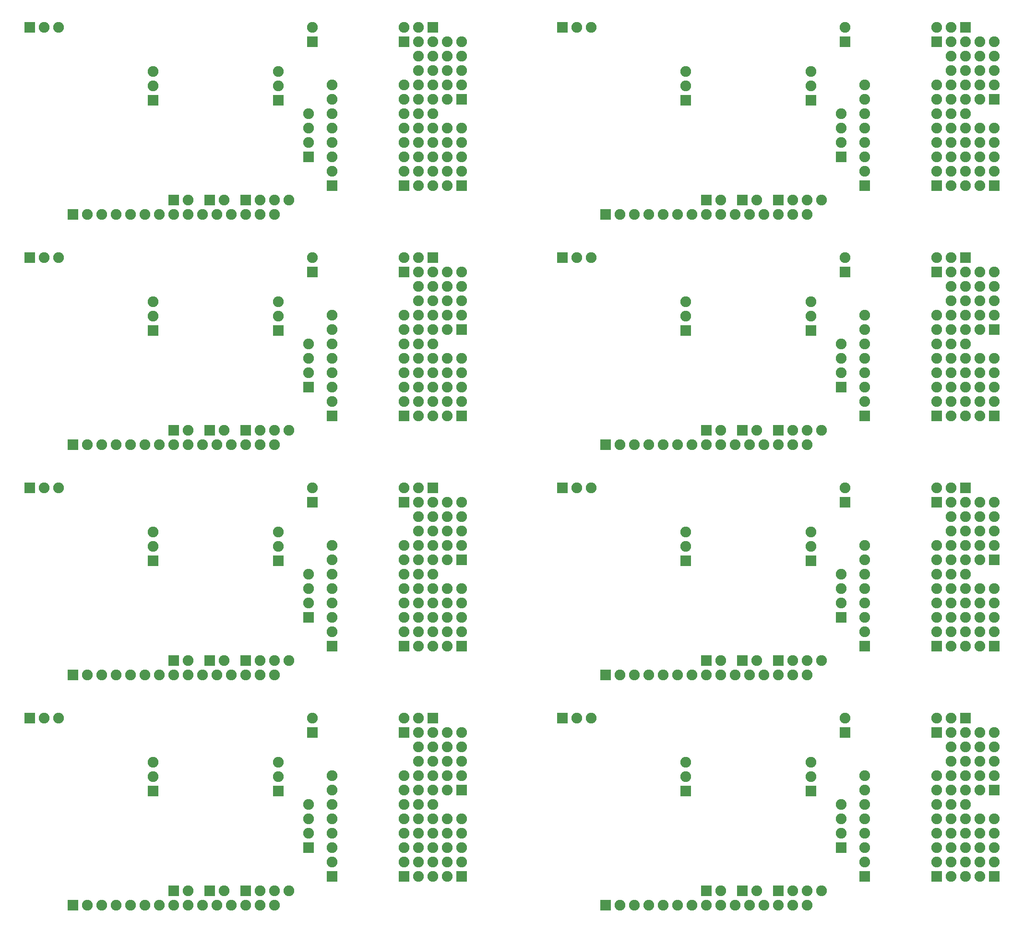
<source format=gbr>
G04 DipTrace 2.4.0.2*
%INBottomMask.gbr*%
%MOIN*%
%ADD64C,0.0749*%
%ADD66R,0.0749X0.0749*%
%FSLAX44Y44*%
G04*
G70*
G90*
G75*
G01*
%LNBotMask*%
%LPD*%
D66*
X36940Y17940D3*
D64*
X35940D3*
X36940Y16940D3*
X35940D3*
X36940Y15940D3*
X35940D3*
X36940Y14940D3*
X35940D3*
X36940Y13940D3*
X35940D3*
X36940Y12940D3*
X35940D3*
X36940Y11940D3*
X35940D3*
X36940Y10940D3*
X35940D3*
X36940Y9940D3*
X35940D3*
X36940Y8940D3*
X35940D3*
X36940Y7940D3*
X35940D3*
X36940Y6940D3*
X35940D3*
D66*
X21440Y5940D3*
D64*
X22440D3*
D66*
X38940Y6940D3*
D64*
X37940D3*
X38940Y7940D3*
X37940D3*
X38940Y8940D3*
X37940D3*
X38940Y9940D3*
X37940D3*
X38940Y10940D3*
X37940D3*
D66*
X38940Y12940D3*
D64*
X37940D3*
X38940Y13940D3*
X37940D3*
X38940Y14940D3*
X37940D3*
X38940Y15940D3*
X37940D3*
X38940Y16940D3*
X37940D3*
D66*
X8940Y17940D3*
D64*
X9940D3*
X10940D3*
D66*
X17504Y12878D3*
D64*
Y13878D3*
Y14878D3*
D66*
X26192Y12879D3*
D64*
Y13879D3*
Y14879D3*
D66*
X34940Y16940D3*
D64*
Y17940D3*
D66*
X28565Y16940D3*
D64*
Y17940D3*
D66*
X28318Y8941D3*
D64*
Y9941D3*
Y10941D3*
Y11941D3*
D66*
X34940Y6940D3*
D64*
Y7940D3*
Y8940D3*
Y9940D3*
Y10940D3*
Y11940D3*
Y12940D3*
Y13940D3*
D66*
X29940Y6940D3*
D64*
Y7940D3*
Y8940D3*
Y9940D3*
Y10940D3*
Y11940D3*
Y12940D3*
Y13940D3*
D66*
X18940Y5940D3*
D64*
X19940D3*
D66*
X23940D3*
D64*
X24940D3*
X25940D3*
X26940D3*
D66*
X11940Y4940D3*
D64*
X12940D3*
X13940D3*
X14940D3*
X15940D3*
X16940D3*
X17940D3*
X18940D3*
X19940D3*
X20940D3*
X21940D3*
X22940D3*
X23940D3*
X24940D3*
X25940D3*
D66*
X73940Y17940D3*
D64*
X72940D3*
X73940Y16940D3*
X72940D3*
X73940Y15940D3*
X72940D3*
X73940Y14940D3*
X72940D3*
X73940Y13940D3*
X72940D3*
X73940Y12940D3*
X72940D3*
X73940Y11940D3*
X72940D3*
X73940Y10940D3*
X72940D3*
X73940Y9940D3*
X72940D3*
X73940Y8940D3*
X72940D3*
X73940Y7940D3*
X72940D3*
X73940Y6940D3*
X72940D3*
D66*
X58440Y5940D3*
D64*
X59440D3*
D66*
X75940Y6940D3*
D64*
X74940D3*
X75940Y7940D3*
X74940D3*
X75940Y8940D3*
X74940D3*
X75940Y9940D3*
X74940D3*
X75940Y10940D3*
X74940D3*
D66*
X75940Y12940D3*
D64*
X74940D3*
X75940Y13940D3*
X74940D3*
X75940Y14940D3*
X74940D3*
X75940Y15940D3*
X74940D3*
X75940Y16940D3*
X74940D3*
D66*
X45940Y17940D3*
D64*
X46940D3*
X47940D3*
D66*
X54504Y12878D3*
D64*
Y13878D3*
Y14878D3*
D66*
X63192Y12879D3*
D64*
Y13879D3*
Y14879D3*
D66*
X71940Y16940D3*
D64*
Y17940D3*
D66*
X65565Y16940D3*
D64*
Y17940D3*
D66*
X65318Y8941D3*
D64*
Y9941D3*
Y10941D3*
Y11941D3*
D66*
X71940Y6940D3*
D64*
Y7940D3*
Y8940D3*
Y9940D3*
Y10940D3*
Y11940D3*
Y12940D3*
Y13940D3*
D66*
X66940Y6940D3*
D64*
Y7940D3*
Y8940D3*
Y9940D3*
Y10940D3*
Y11940D3*
Y12940D3*
Y13940D3*
D66*
X55940Y5940D3*
D64*
X56940D3*
D66*
X60940D3*
D64*
X61940D3*
X62940D3*
X63940D3*
D66*
X48940Y4940D3*
D64*
X49940D3*
X50940D3*
X51940D3*
X52940D3*
X53940D3*
X54940D3*
X55940D3*
X56940D3*
X57940D3*
X58940D3*
X59940D3*
X60940D3*
X61940D3*
X62940D3*
D66*
X36940Y33940D3*
D64*
X35940D3*
X36940Y32940D3*
X35940D3*
X36940Y31940D3*
X35940D3*
X36940Y30940D3*
X35940D3*
X36940Y29940D3*
X35940D3*
X36940Y28940D3*
X35940D3*
X36940Y27940D3*
X35940D3*
X36940Y26940D3*
X35940D3*
X36940Y25940D3*
X35940D3*
X36940Y24940D3*
X35940D3*
X36940Y23940D3*
X35940D3*
X36940Y22940D3*
X35940D3*
D66*
X21440Y21940D3*
D64*
X22440D3*
D66*
X38940Y22940D3*
D64*
X37940D3*
X38940Y23940D3*
X37940D3*
X38940Y24940D3*
X37940D3*
X38940Y25940D3*
X37940D3*
X38940Y26940D3*
X37940D3*
D66*
X38940Y28940D3*
D64*
X37940D3*
X38940Y29940D3*
X37940D3*
X38940Y30940D3*
X37940D3*
X38940Y31940D3*
X37940D3*
X38940Y32940D3*
X37940D3*
D66*
X8940Y33940D3*
D64*
X9940D3*
X10940D3*
D66*
X17504Y28878D3*
D64*
Y29878D3*
Y30878D3*
D66*
X26192Y28879D3*
D64*
Y29879D3*
Y30879D3*
D66*
X34940Y32940D3*
D64*
Y33940D3*
D66*
X28565Y32940D3*
D64*
Y33940D3*
D66*
X28318Y24941D3*
D64*
Y25941D3*
Y26941D3*
Y27941D3*
D66*
X34940Y22940D3*
D64*
Y23940D3*
Y24940D3*
Y25940D3*
Y26940D3*
Y27940D3*
Y28940D3*
Y29940D3*
D66*
X29940Y22940D3*
D64*
Y23940D3*
Y24940D3*
Y25940D3*
Y26940D3*
Y27940D3*
Y28940D3*
Y29940D3*
D66*
X18940Y21940D3*
D64*
X19940D3*
D66*
X23940D3*
D64*
X24940D3*
X25940D3*
X26940D3*
D66*
X11940Y20940D3*
D64*
X12940D3*
X13940D3*
X14940D3*
X15940D3*
X16940D3*
X17940D3*
X18940D3*
X19940D3*
X20940D3*
X21940D3*
X22940D3*
X23940D3*
X24940D3*
X25940D3*
D66*
X73940Y33940D3*
D64*
X72940D3*
X73940Y32940D3*
X72940D3*
X73940Y31940D3*
X72940D3*
X73940Y30940D3*
X72940D3*
X73940Y29940D3*
X72940D3*
X73940Y28940D3*
X72940D3*
X73940Y27940D3*
X72940D3*
X73940Y26940D3*
X72940D3*
X73940Y25940D3*
X72940D3*
X73940Y24940D3*
X72940D3*
X73940Y23940D3*
X72940D3*
X73940Y22940D3*
X72940D3*
D66*
X58440Y21940D3*
D64*
X59440D3*
D66*
X75940Y22940D3*
D64*
X74940D3*
X75940Y23940D3*
X74940D3*
X75940Y24940D3*
X74940D3*
X75940Y25940D3*
X74940D3*
X75940Y26940D3*
X74940D3*
D66*
X75940Y28940D3*
D64*
X74940D3*
X75940Y29940D3*
X74940D3*
X75940Y30940D3*
X74940D3*
X75940Y31940D3*
X74940D3*
X75940Y32940D3*
X74940D3*
D66*
X45940Y33940D3*
D64*
X46940D3*
X47940D3*
D66*
X54504Y28878D3*
D64*
Y29878D3*
Y30878D3*
D66*
X63192Y28879D3*
D64*
Y29879D3*
Y30879D3*
D66*
X71940Y32940D3*
D64*
Y33940D3*
D66*
X65565Y32940D3*
D64*
Y33940D3*
D66*
X65318Y24941D3*
D64*
Y25941D3*
Y26941D3*
Y27941D3*
D66*
X71940Y22940D3*
D64*
Y23940D3*
Y24940D3*
Y25940D3*
Y26940D3*
Y27940D3*
Y28940D3*
Y29940D3*
D66*
X66940Y22940D3*
D64*
Y23940D3*
Y24940D3*
Y25940D3*
Y26940D3*
Y27940D3*
Y28940D3*
Y29940D3*
D66*
X55940Y21940D3*
D64*
X56940D3*
D66*
X60940D3*
D64*
X61940D3*
X62940D3*
X63940D3*
D66*
X48940Y20940D3*
D64*
X49940D3*
X50940D3*
X51940D3*
X52940D3*
X53940D3*
X54940D3*
X55940D3*
X56940D3*
X57940D3*
X58940D3*
X59940D3*
X60940D3*
X61940D3*
X62940D3*
D66*
X36940Y49940D3*
D64*
X35940D3*
X36940Y48940D3*
X35940D3*
X36940Y47940D3*
X35940D3*
X36940Y46940D3*
X35940D3*
X36940Y45940D3*
X35940D3*
X36940Y44940D3*
X35940D3*
X36940Y43940D3*
X35940D3*
X36940Y42940D3*
X35940D3*
X36940Y41940D3*
X35940D3*
X36940Y40940D3*
X35940D3*
X36940Y39940D3*
X35940D3*
X36940Y38940D3*
X35940D3*
D66*
X21440Y37940D3*
D64*
X22440D3*
D66*
X38940Y38940D3*
D64*
X37940D3*
X38940Y39940D3*
X37940D3*
X38940Y40940D3*
X37940D3*
X38940Y41940D3*
X37940D3*
X38940Y42940D3*
X37940D3*
D66*
X38940Y44940D3*
D64*
X37940D3*
X38940Y45940D3*
X37940D3*
X38940Y46940D3*
X37940D3*
X38940Y47940D3*
X37940D3*
X38940Y48940D3*
X37940D3*
D66*
X8940Y49940D3*
D64*
X9940D3*
X10940D3*
D66*
X17504Y44878D3*
D64*
Y45878D3*
Y46878D3*
D66*
X26192Y44879D3*
D64*
Y45879D3*
Y46879D3*
D66*
X34940Y48940D3*
D64*
Y49940D3*
D66*
X28565Y48940D3*
D64*
Y49940D3*
D66*
X28318Y40941D3*
D64*
Y41941D3*
Y42941D3*
Y43941D3*
D66*
X34940Y38940D3*
D64*
Y39940D3*
Y40940D3*
Y41940D3*
Y42940D3*
Y43940D3*
Y44940D3*
Y45940D3*
D66*
X29940Y38940D3*
D64*
Y39940D3*
Y40940D3*
Y41940D3*
Y42940D3*
Y43940D3*
Y44940D3*
Y45940D3*
D66*
X18940Y37940D3*
D64*
X19940D3*
D66*
X23940D3*
D64*
X24940D3*
X25940D3*
X26940D3*
D66*
X11940Y36940D3*
D64*
X12940D3*
X13940D3*
X14940D3*
X15940D3*
X16940D3*
X17940D3*
X18940D3*
X19940D3*
X20940D3*
X21940D3*
X22940D3*
X23940D3*
X24940D3*
X25940D3*
D66*
X73940Y49940D3*
D64*
X72940D3*
X73940Y48940D3*
X72940D3*
X73940Y47940D3*
X72940D3*
X73940Y46940D3*
X72940D3*
X73940Y45940D3*
X72940D3*
X73940Y44940D3*
X72940D3*
X73940Y43940D3*
X72940D3*
X73940Y42940D3*
X72940D3*
X73940Y41940D3*
X72940D3*
X73940Y40940D3*
X72940D3*
X73940Y39940D3*
X72940D3*
X73940Y38940D3*
X72940D3*
D66*
X58440Y37940D3*
D64*
X59440D3*
D66*
X75940Y38940D3*
D64*
X74940D3*
X75940Y39940D3*
X74940D3*
X75940Y40940D3*
X74940D3*
X75940Y41940D3*
X74940D3*
X75940Y42940D3*
X74940D3*
D66*
X75940Y44940D3*
D64*
X74940D3*
X75940Y45940D3*
X74940D3*
X75940Y46940D3*
X74940D3*
X75940Y47940D3*
X74940D3*
X75940Y48940D3*
X74940D3*
D66*
X45940Y49940D3*
D64*
X46940D3*
X47940D3*
D66*
X54504Y44878D3*
D64*
Y45878D3*
Y46878D3*
D66*
X63192Y44879D3*
D64*
Y45879D3*
Y46879D3*
D66*
X71940Y48940D3*
D64*
Y49940D3*
D66*
X65565Y48940D3*
D64*
Y49940D3*
D66*
X65318Y40941D3*
D64*
Y41941D3*
Y42941D3*
Y43941D3*
D66*
X71940Y38940D3*
D64*
Y39940D3*
Y40940D3*
Y41940D3*
Y42940D3*
Y43940D3*
Y44940D3*
Y45940D3*
D66*
X66940Y38940D3*
D64*
Y39940D3*
Y40940D3*
Y41940D3*
Y42940D3*
Y43940D3*
Y44940D3*
Y45940D3*
D66*
X55940Y37940D3*
D64*
X56940D3*
D66*
X60940D3*
D64*
X61940D3*
X62940D3*
X63940D3*
D66*
X48940Y36940D3*
D64*
X49940D3*
X50940D3*
X51940D3*
X52940D3*
X53940D3*
X54940D3*
X55940D3*
X56940D3*
X57940D3*
X58940D3*
X59940D3*
X60940D3*
X61940D3*
X62940D3*
D66*
X36940Y65940D3*
D64*
X35940D3*
X36940Y64940D3*
X35940D3*
X36940Y63940D3*
X35940D3*
X36940Y62940D3*
X35940D3*
X36940Y61940D3*
X35940D3*
X36940Y60940D3*
X35940D3*
X36940Y59940D3*
X35940D3*
X36940Y58940D3*
X35940D3*
X36940Y57940D3*
X35940D3*
X36940Y56940D3*
X35940D3*
X36940Y55940D3*
X35940D3*
X36940Y54940D3*
X35940D3*
D66*
X21440Y53940D3*
D64*
X22440D3*
D66*
X38940Y54940D3*
D64*
X37940D3*
X38940Y55940D3*
X37940D3*
X38940Y56940D3*
X37940D3*
X38940Y57940D3*
X37940D3*
X38940Y58940D3*
X37940D3*
D66*
X38940Y60940D3*
D64*
X37940D3*
X38940Y61940D3*
X37940D3*
X38940Y62940D3*
X37940D3*
X38940Y63940D3*
X37940D3*
X38940Y64940D3*
X37940D3*
D66*
X8940Y65940D3*
D64*
X9940D3*
X10940D3*
D66*
X17504Y60878D3*
D64*
Y61878D3*
Y62878D3*
D66*
X26192Y60879D3*
D64*
Y61879D3*
Y62879D3*
D66*
X34940Y64940D3*
D64*
Y65940D3*
D66*
X28565Y64940D3*
D64*
Y65940D3*
D66*
X28318Y56941D3*
D64*
Y57941D3*
Y58941D3*
Y59941D3*
D66*
X34940Y54940D3*
D64*
Y55940D3*
Y56940D3*
Y57940D3*
Y58940D3*
Y59940D3*
Y60940D3*
Y61940D3*
D66*
X29940Y54940D3*
D64*
Y55940D3*
Y56940D3*
Y57940D3*
Y58940D3*
Y59940D3*
Y60940D3*
Y61940D3*
D66*
X18940Y53940D3*
D64*
X19940D3*
D66*
X23940D3*
D64*
X24940D3*
X25940D3*
X26940D3*
D66*
X11940Y52940D3*
D64*
X12940D3*
X13940D3*
X14940D3*
X15940D3*
X16940D3*
X17940D3*
X18940D3*
X19940D3*
X20940D3*
X21940D3*
X22940D3*
X23940D3*
X24940D3*
X25940D3*
D66*
X73940Y65940D3*
D64*
X72940D3*
X73940Y64940D3*
X72940D3*
X73940Y63940D3*
X72940D3*
X73940Y62940D3*
X72940D3*
X73940Y61940D3*
X72940D3*
X73940Y60940D3*
X72940D3*
X73940Y59940D3*
X72940D3*
X73940Y58940D3*
X72940D3*
X73940Y57940D3*
X72940D3*
X73940Y56940D3*
X72940D3*
X73940Y55940D3*
X72940D3*
X73940Y54940D3*
X72940D3*
D66*
X58440Y53940D3*
D64*
X59440D3*
D66*
X75940Y54940D3*
D64*
X74940D3*
X75940Y55940D3*
X74940D3*
X75940Y56940D3*
X74940D3*
X75940Y57940D3*
X74940D3*
X75940Y58940D3*
X74940D3*
D66*
X75940Y60940D3*
D64*
X74940D3*
X75940Y61940D3*
X74940D3*
X75940Y62940D3*
X74940D3*
X75940Y63940D3*
X74940D3*
X75940Y64940D3*
X74940D3*
D66*
X45940Y65940D3*
D64*
X46940D3*
X47940D3*
D66*
X54504Y60878D3*
D64*
Y61878D3*
Y62878D3*
D66*
X63192Y60879D3*
D64*
Y61879D3*
Y62879D3*
D66*
X71940Y64940D3*
D64*
Y65940D3*
D66*
X65565Y64940D3*
D64*
Y65940D3*
D66*
X65318Y56941D3*
D64*
Y57941D3*
Y58941D3*
Y59941D3*
D66*
X71940Y54940D3*
D64*
Y55940D3*
Y56940D3*
Y57940D3*
Y58940D3*
Y59940D3*
Y60940D3*
Y61940D3*
D66*
X66940Y54940D3*
D64*
Y55940D3*
Y56940D3*
Y57940D3*
Y58940D3*
Y59940D3*
Y60940D3*
Y61940D3*
D66*
X55940Y53940D3*
D64*
X56940D3*
D66*
X60940D3*
D64*
X61940D3*
X62940D3*
X63940D3*
D66*
X48940Y52940D3*
D64*
X49940D3*
X50940D3*
X51940D3*
X52940D3*
X53940D3*
X54940D3*
X55940D3*
X56940D3*
X57940D3*
X58940D3*
X59940D3*
X60940D3*
X61940D3*
X62940D3*
M02*

</source>
